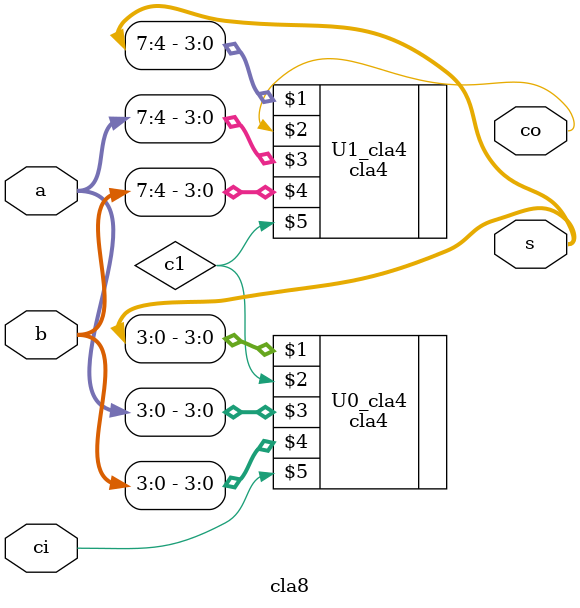
<source format=v>
module cla8(s, co, a, b, ci);		//8-bits CLA
	input [7:0] a, b;
	input ci;
	output [7:0] s;
	output co;
	wire c1;
	
	cla4 U0_cla4(s[3:0], c1, a[3:0], b[3:0], ci);		//1~4 bits CLA
	cla4 U1_cla4(s[7:4], co, a[7:4], b[7:4], c1);		//5_8 bits CLA
	
endmodule 

</source>
